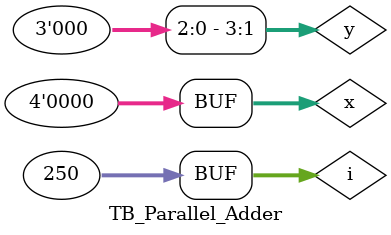
<source format=v>
`timescale 1ns / 1ps

module TB_Parallel_Adder;

reg [3:0]x,y;
reg cin;
wire [3:0]sum;
wire [2:0]c;
wire cout;
integer i;

Parallel_Adder dut(x,y,cin,sum,c,cout);

initial begin

{x,y}={0,1}; cin=0; #10;
for(i=40;i<250;i=i+1) begin

{x,y,cin}={$random,$random}; #10;
end
end
endmodule

</source>
